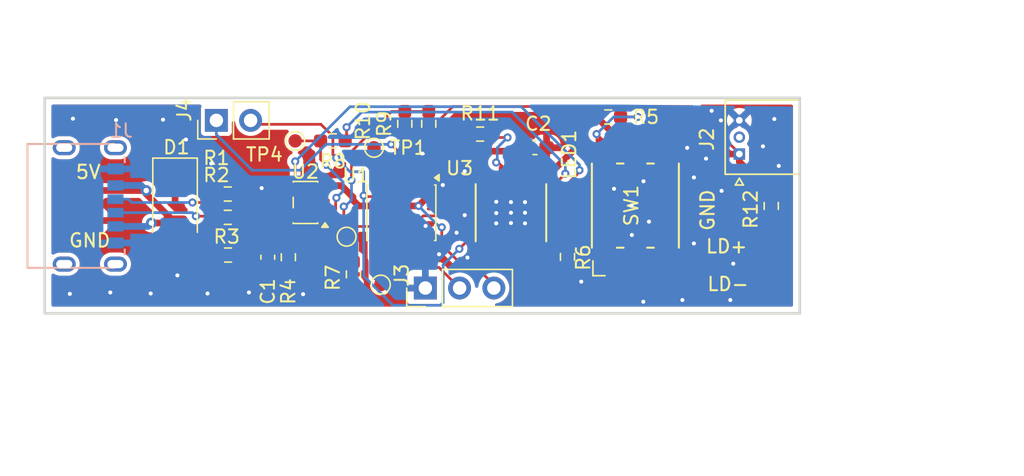
<source format=kicad_pcb>
(kicad_pcb (version 20241229) (generator "pcbnew") (generator_version "9.0")
  (layers (0 "F.Cu" signal) (2 "B.Cu" signal) (13 "F.Paste" user) (15 "B.Paste" user) (5 "F.SilkS" user "F.Silkscreen") (7 "B.SilkS" user "B.Silkscreen") (1 "F.Mask" user) (3 "B.Mask" user) (25 "Edge.Cuts" user))
  (net 0 "")
  (net 1 "GND")
  (net 2 "5V_USB")
  (net 3 "VBATTP")
  (net 4 "5V_USB_In")
  (net 9 "Net-(J1-CC1)")
  (net 10 "Net-(J1-CC2)")
  (net 12 "/nRST-UDPI")
  (net 13 "/D_RED_K")
  (net 14 "/PA6_USART0_TX")
  (net 15 "/D_GRN_K")
  (net 16 "/D_RED_A")
  (net 17 "/PROG")
  (net 18 "/PA3_WO0_AIN3")
  (net 19 "Net-(R10-Pad1)")
  (net 20 "/STAT")
  (net 21 "/PA1")
  (net 22 "/PA2")
  (net 23 "/Rset")
  (net 24 "/D_K")
  (net 25 "/VB")
  (footprint "a_project_footprints:MOLEX_530480310" (layer "F.Cu") (at 184.07 117.56 90)
    (property "Reference" "J2" (at 1.1 -2.4 90) (layer "F.SilkS"))
    (property "Value" "530480310")
    (fp_line (start 4 -1.05) (end 4 4.45) (stroke (width 0.127)) (layer "F.SilkS"))
    (fp_line (start -1.5 -1.05) (end 4 -1.05) (stroke (width 0.127)) (layer "F.SilkS"))
    (fp_line (start -2.3 -0.3) (end -1.8 0) (stroke (width 0.127)) (layer "F.SilkS"))
    (fp_line (start -1.8 0) (end -2.3 0.3) (stroke (width 0.127)) (layer "F.SilkS"))
    (fp_line (start -2.3 0.3) (end -2.3 -0.3) (stroke (width 0.127)) (layer "F.SilkS"))
    (fp_line (start 4 4.45) (end -1.5 4.45) (stroke (width 0.127)) (layer "F.SilkS"))
    (fp_line (start -1.5 4.45) (end -1.5 -1.05) (stroke (width 0.127)) (layer "F.SilkS"))
    (pad "1" thru_hole rect (at 0 0 90) (size 0.85 0.85) (drill 0.5) (layers "*.Cu") (net 3 "VBATTP"))
    (pad "2" thru_hole circle (at 1.25 0 90) (size 0.85 0.85) (drill 0.5) (layers "*.Cu"))
    (pad "3" thru_hole circle (at 2.5 0 90) (size 0.85 0.85) (drill 0.5) (layers "*.Cu") (net 1 "GND"))
  )
  (footprint "Resistor_SMD:R_0603_1608Metric_Pad0.98x0.95mm_HandSolder" (layer "F.Cu") (at 150.622 125.222 -90)
    (property "Reference" "R4" (at 2.54 0 90) (layer "F.SilkS"))
    (property "Value" "2K")
    (fp_line (start -0.254724 0.5225) (end 0.254724 0.5225) (stroke (width 0.12)) (layer "F.SilkS"))
    (fp_line (start -0.254724 -0.5225) (end 0.254724 -0.5225) (stroke (width 0.12)) (layer "F.SilkS"))
    (pad "1" smd roundrect (at -0.9125 0 270) (size 0.975 0.95) (layers "F.Cu" "F.Mask" "F.Paste") (net 17 "/PROG"))
    (pad "2" smd roundrect (at 0.9125 0 270) (size 0.975 0.95) (layers "F.Cu" "F.Mask" "F.Paste") (net 1 "GND"))
  )
  (footprint "Resistor_SMD:R_0603_1608Metric_Pad0.98x0.95mm_HandSolder" (layer "F.Cu") (at 153.924 116.586 180)
    (property "Reference" "R8" (at 0 -1.524 0) (layer "F.SilkS"))
    (property "Value" "2K")
    (fp_line (start -0.254724 0.5225) (end 0.254724 0.5225) (stroke (width 0.12)) (layer "F.SilkS"))
    (fp_line (start -0.254724 -0.5225) (end 0.254724 -0.5225) (stroke (width 0.12)) (layer "F.SilkS"))
    (pad "1" smd roundrect (at -0.9125 0 180) (size 0.975 0.95) (layers "F.Cu" "F.Mask" "F.Paste") (net 15 "/D_GRN_K"))
    (pad "2" smd roundrect (at 0.9125 0 180) (size 0.975 0.95) (layers "F.Cu" "F.Mask" "F.Paste") (net 20 "/STAT"))
  )
  (footprint "Resistor_SMD:R_0603_1608Metric_Pad0.98x0.95mm_HandSolder" (layer "F.Cu") (at 146.13 122.26)
    (property "Reference" "R2" (at -0.842 -3.134 0) (layer "F.SilkS"))
    (property "Value" "5.1K")
    (fp_line (start -0.254724 -0.5225) (end 0.254724 -0.5225) (stroke (width 0.12)) (layer "F.SilkS"))
    (fp_line (start -0.254724 0.5225) (end 0.254724 0.5225) (stroke (width 0.12)) (layer "F.SilkS"))
    (pad "1" smd roundrect (at -0.9125 0) (size 0.975 0.95) (layers "F.Cu" "F.Mask" "F.Paste") (net 9 "Net-(J1-CC1)"))
    (pad "2" smd roundrect (at 0.9125 0) (size 0.975 0.95) (layers "F.Cu" "F.Mask" "F.Paste") (net 1 "GND"))
  )
  (footprint "Connector_Wire:SolderWirePad_1x01_SMD_1x2mm" (layer "F.Cu") (at 185.9 124.46 90)
    (property "Reference" "SP1" (hide yes))
    (property "Value" "P+")
    (pad "1" smd roundrect (at 0 0 90) (size 1 2) (layers "F.Cu" "F.Mask") (net 25 "/VB"))
  )
  (footprint "Package_TO_SOT_SMD:SOT-23-5" (layer "F.Cu") (at 151.892 121.158 180)
    (property "Reference" "U2" (at 0 2.286 0) (layer "F.SilkS"))
    (property "Value" "MCP73831-2-OT")
    (fp_line (start 0.91 1.56) (end -0.91 1.56) (stroke (width 0.12)) (layer "F.SilkS"))
    (fp_line (start 0.91 1.51) (end 0.91 1.56) (stroke (width 0.12)) (layer "F.SilkS"))
    (fp_line (start 0.91 -0.39) (end 0.91 0.39) (stroke (width 0.12)) (layer "F.SilkS"))
    (fp_line (start 0.91 -1.56) (end 0.91 -1.51) (stroke (width 0.12)) (layer "F.SilkS"))
    (fp_line (start -0.91 1.56) (end -0.91 1.51) (stroke (width 0.12)) (layer "F.SilkS"))
    (fp_line (start -0.91 -1.51) (end -0.91 -1.56) (stroke (width 0.12)) (layer "F.SilkS"))
    (fp_line (start -0.91 -1.56) (end 0.91 -1.56) (stroke (width 0.12)) (layer "F.SilkS"))
    (fp_poly (pts (xy -1.45 -1.51) (xy -1.69 -1.84) (xy -1.21 -1.84)) (stroke (width 0.12)) (fill yes) (layer "F.SilkS"))
    (pad "1" smd roundrect (at -1.1375 -0.95 180) (size 1.325 0.6) (layers "F.Cu" "F.Mask" "F.Paste") (net 20 "/STAT"))
    (pad "2" smd roundrect (at -1.1375 0 180) (size 1.325 0.6) (layers "F.Cu" "F.Mask" "F.Paste") (net 1 "GND"))
    (pad "3" smd roundrect (at -1.1375 0.95 180) (size 1.325 0.6) (layers "F.Cu" "F.Mask" "F.Paste") (net 3 "VBATTP"))
    (pad "4" smd roundrect (at 1.1375 0.95 180) (size 1.325 0.6) (layers "F.Cu" "F.Mask" "F.Paste") (net 2 "5V_USB"))
    (pad "5" smd roundrect (at 1.1375 -0.95 180) (size 1.325 0.6) (layers "F.Cu" "F.Mask" "F.Paste") (net 17 "/PROG"))
  )
  (footprint "TestPoint:TestPoint_Pad_D1.0mm" (layer "F.Cu") (at 151.13 116.586 180)
    (property "Reference" "TP4" (at 2.286 -1.016 0) (layer "F.SilkS"))
    (property "Value" "STAT")
    (fp_circle (center 0 0) (end 0 0.7) (stroke (width 0.12)) (fill no) (layer "F.SilkS"))
    (pad "1" smd circle (at 0 0 180) (size 1 1) (layers "F.Cu" "F.Mask") (net 20 "/STAT"))
  )
  (footprint "Connector_PinHeader_2.54mm:PinHeader_1x02_P2.54mm_Vertical" (layer "F.Cu") (at 145.283 115.062 90)
    (property "Reference" "J4" (at 0.762 -2.38 90) (layer "F.SilkS"))
    (property "Value" "Conn_01x02_Socket")
    (fp_line (start -1.38 -1.38) (end 0 -1.38) (stroke (width 0.12)) (layer "F.SilkS"))
    (fp_line (start -1.38 0) (end -1.38 -1.38) (stroke (width 0.12)) (layer "F.SilkS"))
    (fp_line (start 1.38 1.27) (end 1.38 3.92) (stroke (width 0.12)) (layer "F.SilkS"))
    (fp_line (start -1.38 1.27) (end 1.38 1.27) (stroke (width 0.12)) (layer "F.SilkS"))
    (fp_line (start -1.38 1.27) (end -1.38 3.92) (stroke (width 0.12)) (layer "F.SilkS"))
    (fp_line (start -1.38 3.92) (end 1.38 3.92) (stroke (width 0.12)) (layer "F.SilkS"))
    (pad "1" thru_hole rect (at 0 0 90) (size 1.7 1.7) (drill 1) (layers "*.Cu" "*.Mask") (net 14 "/PA6_USART0_TX"))
    (pad "2" thru_hole circle (at 0 2.54 90) (size 1.7 1.7) (drill 1) (layers "*.Cu" "*.Mask") (net 13 "/D_RED_K"))
  )
  (footprint "Resistor_SMD:R_0603_1608Metric_Pad0.98x0.95mm_HandSolder" (layer "F.Cu") (at 171.323 125.1966 -90)
    (property "Reference" "R6" (at 0.0508 -1.1684 90) (layer "F.SilkS"))
    (property "Value" "1M")
    (fp_line (start -0.254724 0.5225) (end 0.254724 0.5225) (stroke (width 0.12)) (layer "F.SilkS"))
    (fp_line (start -0.254724 -0.5225) (end 0.254724 -0.5225) (stroke (width 0.12)) (layer "F.SilkS"))
    (pad "1" smd roundrect (at -0.9125 0 270) (size 0.975 0.95) (layers "F.Cu" "F.Mask" "F.Paste") (net 13 "/D_RED_K"))
    (pad "2" smd roundrect (at 0.9125 0 270) (size 0.975 0.95) (layers "F.Cu" "F.Mask" "F.Paste") (net 1 "GND"))
  )
  (footprint "Connector_PinHeader_2.54mm:PinHeader_1x03_P2.54mm_Vertical" (layer "F.Cu") (at 160.782 127.508 90)
    (property "Reference" "J3" (at 0.9398 -1.7526 90) (layer "F.SilkS"))
    (property "Value" "Conn_01x03_Socket")
    (fp_line (start -1.38 -1.38) (end 0 -1.38) (stroke (width 0.12)) (layer "F.SilkS"))
    (fp_line (start -1.38 0) (end -1.38 -1.38) (stroke (width 0.12)) (layer "F.SilkS"))
    (fp_line (start 1.38 1.27) (end 1.38 6.46) (stroke (width 0.12)) (layer "F.SilkS"))
    (fp_line (start -1.38 1.27) (end 1.38 1.27) (stroke (width 0.12)) (layer "F.SilkS"))
    (fp_line (start -1.38 1.27) (end -1.38 6.46) (stroke (width 0.12)) (layer "F.SilkS"))
    (fp_line (start -1.38 6.46) (end 1.38 6.46) (stroke (width 0.12)) (layer "F.SilkS"))
    (pad "1" thru_hole rect (at 0 0 90) (size 1.7 1.7) (drill 1) (layers "*.Cu" "*.Mask") (net 1 "GND"))
    (pad "2" thru_hole circle (at 0 2.54 90) (size 1.7 1.7) (drill 1) (layers "*.Cu" "*.Mask") (net 12 "/nRST-UDPI"))
    (pad "3" thru_hole circle (at 0 5.08 90) (size 1.7 1.7) (drill 1) (layers "*.Cu" "*.Mask") (net 3 "VBATTP"))
  )
  (footprint "Connector_Wire:SolderWirePad_1x01_SMD_1x2mm" (layer "F.Cu") (at 185.9 127.3 90)
    (property "Reference" "SP6" (hide yes))
    (property "Value" "LED_K")
    (pad "1" smd roundrect (at 0 0 90) (size 1 2) (layers "F.Cu" "F.Mask") (net 24 "/D_K"))
  )
  (footprint "Diode_SMD:D_SMA" (layer "F.Cu") (at 142.22 121.3725 -90)
    (property "Reference" "D1" (at -4.3125 -0.1 0) (layer "F.SilkS"))
    (property "Value" "SMAJ5.0CA")
    (fp_line (start -3.51 1.65) (end 2 1.65) (stroke (width 0.12)) (layer "F.SilkS"))
    (fp_line (start -3.51 -1.65) (end -3.51 1.65) (stroke (width 0.12)) (layer "F.SilkS"))
    (fp_line (start -3.51 -1.65) (end 2 -1.65) (stroke (width 0.12)) (layer "F.SilkS"))
    (pad "1" smd roundrect (at -2 0 270) (size 2.5 1.8) (layers "F.Cu" "F.Mask" "F.Paste") (roundrect_rratio 0.1388888889) (net 1 "GND"))
    (pad "2" smd roundrect (at 2 0 270) (size 2.5 1.8) (layers "F.Cu" "F.Mask" "F.Paste") (roundrect_rratio 0.1388888889) (net 4 "5V_USB_In"))
  )
  (footprint "Resistor_SMD:R_0603_1608Metric_Pad0.98x0.95mm_HandSolder" (layer "F.Cu") (at 155.448 126.492 -90)
    (property "Reference" "R7" (at 0.254724 1.524 90) (layer "F.SilkS"))
    (property "Value" "10K")
    (fp_line (start -0.254724 0.5225) (end 0.254724 0.5225) (stroke (width 0.12)) (layer "F.SilkS"))
    (fp_line (start -0.254724 -0.5225) (end 0.254724 -0.5225) (stroke (width 0.12)) (layer "F.SilkS"))
    (pad "1" smd roundrect (at -0.9125 0 270) (size 0.975 0.95) (layers "F.Cu" "F.Mask" "F.Paste") (net 18 "/PA3_WO0_AIN3"))
    (pad "2" smd roundrect (at 0.9125 0 270) (size 0.975 0.95) (layers "F.Cu" "F.Mask" "F.Paste") (net 19 "Net-(R10-Pad1)"))
  )
  (footprint "Resistor_SMD:R_0603_1608Metric_Pad0.98x0.95mm_HandSolder" (layer "F.Cu") (at 161.036 115.316 90)
    (property "Reference" "R9" (at 0 -3.302 90) (layer "F.SilkS"))
    (property "Value" "10K")
    (fp_line (start -0.254724 -0.5225) (end 0.254724 -0.5225) (stroke (width 0.12)) (layer "F.SilkS"))
    (fp_line (start -0.254724 0.5225) (end 0.254724 0.5225) (stroke (width 0.12)) (layer "F.SilkS"))
    (pad "1" smd roundrect (at -0.9125 0 90) (size 0.975 0.95) (layers "F.Cu" "F.Mask" "F.Paste") (net 3 "VBATTP"))
    (pad "2" smd roundrect (at 0.9125 0 90) (size 0.975 0.95) (layers "F.Cu" "F.Mask" "F.Paste") (net 19 "Net-(R10-Pad1)"))
  )
  (footprint "Capacitor_SMD:C_0603_1608Metric_Pad1.08x0.95mm_HandSolder" (layer "F.Cu") (at 149.098 125.222 -90)
    (property "Reference" "C1" (at 2.54 0 90) (layer "F.SilkS"))
    (property "Value" "4.7u")
    (fp_line (start -0.146267 0.51) (end 0.146267 0.51) (stroke (width 0.12)) (layer "F.SilkS"))
    (fp_line (start -0.146267 -0.51) (end 0.146267 -0.51) (stroke (width 0.12)) (layer "F.SilkS"))
    (pad "1" smd roundrect (at -0.8625 0 270) (size 1.075 0.95) (layers "F.Cu" "F.Mask" "F.Paste") (net 2 "5V_USB"))
    (pad "2" smd roundrect (at 0.8625 0 270) (size 1.075 0.95) (layers "F.Cu" "F.Mask" "F.Paste") (net 1 "GND"))
  )
  (footprint "a_project_footprints:SWITCH_FSM1LPA_TYC" (layer "F.Cu") (at 174.11125 125.5937 90)
    (property "Reference" "SW1" (at 4.2037 1.94875 90) (layer "F.SilkS"))
    (property "Value" "SW_Push")
    (fp_line (start 7.3279 -0.9779) (end 1.0795 -0.9779) (stroke (width 0.1524)) (layer "F.SilkS"))
    (fp_line (start 0.1 -0.9) (end -1 -0.9) (stroke (width 0.1254)) (layer "F.SilkS"))
    (fp_line (start -1 -0.9) (end -1 0) (stroke (width 0.1254)) (layer "F.SilkS"))
    (fp_line (start 1.0795 0.879197) (end 1.0795 1.368703) (stroke (width 0.1524)) (layer "F.SilkS"))
    (fp_line (start 7.3279 1.368703) (end 7.3279 0.879197) (stroke (width 0.1524)) (layer "F.SilkS"))
    (fp_line (start 1.0795 3.127097) (end 1.0795 3.616603) (stroke (width 0.1524)) (layer "F.SilkS"))
    (fp_line (start 7.3279 3.616603) (end 7.3279 3.127097) (stroke (width 0.1524)) (layer "F.SilkS"))
    (fp_line (start 1.0795 5.4737) (end 7.3279 5.4737) (stroke (width 0.1524)) (layer "F.SilkS"))
    (pad "1" smd rect (at 0 0 90) (size 1.6002 1.397) (layers "F.Cu" "F.Mask" "F.Paste") (net 16 "/D_RED_A"))
    (pad "2" smd rect (at 8.4074 0 90) (size 1.6002 1.397) (layers "F.Cu" "F.Mask" "F.Paste") (net 16 "/D_RED_A"))
    (pad "3" smd rect (at 0 4.4958 90) (size 1.6002 1.397) (layers "F.Cu" "F.Mask" "F.Paste") (net 13 "/D_RED_K"))
    (pad "4" smd rect (at 8.4074 4.4958 90) (size 1.6002 1.397) (layers "F.Cu" "F.Mask" "F.Paste") (net 13 "/D_RED_K"))
    (pad "5" smd rect (at 8.4074 2.2479 90) (size 1.6002 1.397) (layers "F.Cu" "F.Mask" "F.Paste") (net 1 "GND"))
  )
  (footprint "Resistor_SMD:R_0603_1608Metric_Pad0.98x0.95mm_HandSolder" (layer "F.Cu") (at 164.846 116.078 180)
    (property "Reference" "R11" (at 0 1.524 0) (layer "F.SilkS"))
    (property "Value" "6.8K")
    (fp_line (start -0.254724 0.5225) (end 0.254724 0.5225) (stroke (width 0.12)) (layer "F.SilkS"))
    (fp_line (start -0.254724 -0.5225) (end 0.254724 -0.5225) (stroke (width 0.12)) (layer "F.SilkS"))
    (pad "1" smd roundrect (at -0.9125 0 180) (size 0.975 0.95) (layers "F.Cu" "F.Mask" "F.Paste") (net 23 "/Rset"))
    (pad "2" smd roundrect (at 0.9125 0 180) (size 0.975 0.95) (layers "F.Cu" "F.Mask" "F.Paste") (net 1 "GND"))
  )
  (footprint "Connector_Wire:SolderWirePad_1x01_SMD_1x2mm" (layer "F.Cu") (at 135.7 120.4 90)
    (property "Reference" "SP4" (hide yes))
    (property "Value" "5V")
    (pad "1" smd roundrect (at 0 0 90) (size 1 2) (layers "F.Cu" "F.Mask") (net 4 "5V_USB_In"))
  )
  (footprint "TestPoint:TestPoint_Pad_D1.0mm" (layer "F.Cu") (at 154.94 123.698)
    (property "Reference" "TP3" (hide yes))
    (property "Value" "U2_VDD")
    (fp_circle (center 0 0) (end 0 0.7) (stroke (width 0.12)) (fill no) (layer "F.SilkS"))
    (pad "1" smd circle (at 0 0) (size 1 1) (layers "F.Cu" "F.Mask") (net 18 "/PA3_WO0_AIN3"))
  )
  (footprint "Resistor_SMD:R_0603_1608Metric_Pad0.98x0.95mm_HandSolder" (layer "F.Cu") (at 174.3475 114.808)
    (property "Reference" "R5" (at 2.794 0 0) (layer "F.SilkS"))
    (property "Value" "2K")
    (fp_line (start -0.254724 -0.5225) (end 0.254724 -0.5225) (stroke (width 0.12)) (layer "F.SilkS"))
    (fp_line (start -0.254724 0.5225) (end 0.254724 0.5225) (stroke (width 0.12)) (layer "F.SilkS"))
    (pad "1" smd roundrect (at -0.9125 0) (size 0.975 0.95) (layers "F.Cu" "F.Mask" "F.Paste") (net 3 "VBATTP"))
    (pad "2" smd roundrect (at 0.9125 0) (size 0.975 0.95) (layers "F.Cu" "F.Mask" "F.Paste") (net 16 "/D_RED_A"))
  )
  (footprint "Resistor_SMD:R_0603_1608Metric_Pad0.98x0.95mm_HandSolder" (layer "F.Cu") (at 146.15 125.06)
    (property "Reference" "R3" (at -0.1 -1.362 0) (layer "F.SilkS"))
    (property "Value" "0")
    (fp_line (start -0.254724 -0.5225) (end 0.254724 -0.5225) (stroke (width 0.12)) (layer "F.SilkS"))
    (fp_line (start -0.254724 0.5225) (end 0.254724 0.5225) (stroke (width 0.12)) (layer "F.SilkS"))
    (pad "1" smd roundrect (at -0.9125 0) (size 0.975 0.95) (layers "F.Cu" "F.Mask" "F.Paste") (net 4 "5V_USB_In"))
    (pad "2" smd roundrect (at 0.9125 0) (size 0.975 0.95) (layers "F.Cu" "F.Mask" "F.Paste") (net 2 "5V_USB"))
  )
  (footprint "Resistor_SMD:R_0603_1608Metric_Pad0.98x0.95mm_HandSolder" (layer "F.Cu") (at 159.258 115.316 -90)
    (property "Reference" "R10" (at -0.2286 3.0988 90) (layer "F.SilkS"))
    (property "Value" "10K")
    (fp_line (start -0.254724 0.5225) (end 0.254724 0.5225) (stroke (width 0.12)) (layer "F.SilkS"))
    (fp_line (start -0.254724 -0.5225) (end 0.254724 -0.5225) (stroke (width 0.12)) (layer "F.SilkS"))
    (pad "1" smd roundrect (at -0.9125 0 270) (size 0.975 0.95) (layers "F.Cu" "F.Mask" "F.Paste") (net 19 "Net-(R10-Pad1)"))
    (pad "2" smd roundrect (at 0.9125 0 270) (size 0.975 0.95) (layers "F.Cu" "F.Mask" "F.Paste") (net 14 "/PA6_USART0_TX"))
  )
  (footprint "a_project_footprints:SOIC-8_ME_MCL" (layer "F.Cu") (at 167.132 121.92 -90)
    (property "Reference" "U3" (at -3.302 3.81 0) (layer "F.SilkS"))
    (property "Value" "MIC4802YME")
    (fp_line (start -2.1209 2.6162) (end 2.1209 2.6162) (stroke (width 0.1524)) (layer "F.SilkS"))
    (fp_line (start 2.1209 -2.6162) (end -2.1209 -2.6162) (stroke (width 0.1524)) (layer "F.SilkS"))
    (pad "1" smd rect (at -2.72415 -1.905 270) (size 1.4605 0.5334) (layers "F.Cu" "F.Mask" "F.Paste") (net 3 "VBATTP"))
    (pad "2" smd rect (at -2.72415 -0.635 270) (size 1.4605 0.5334) (layers "F.Cu" "F.Mask" "F.Paste") (net 18 "/PA3_WO0_AIN3"))
    (pad "3" smd rect (at -2.72415 0.635 270) (size 1.4605 0.5334) (layers "F.Cu" "F.Mask" "F.Paste") (net 23 "/Rset"))
    (pad "4" smd rect (at -2.72415 1.905 270) (size 1.4605 0.5334) (layers "F.Cu" "F.Mask" "F.Paste") (net 1 "GND"))
    (pad "5" smd rect (at 2.72415 1.905 270) (size 1.4605 0.5334) (layers "F.Cu" "F.Mask" "F.Paste") (net 24 "/D_K"))
    (pad "6" smd rect (at 2.72415 0.635 270) (size 1.4605 0.5334) (layers "F.Cu" "F.Mask" "F.Paste") (net 24 "/D_K"))
    (pad "7" smd rect (at 2.72415 -0.635 270) (size 1.4605 0.5334) (layers "F.Cu" "F.Mask" "F.Paste") (net 24 "/D_K"))
    (pad "8" smd rect (at 2.72415 -1.905 270) (size 1.4605 0.5334) (layers "F.Cu" "F.Mask" "F.Paste") (net 24 "/D_K"))
    (pad "EPAD" smd rect (at 0 0 270) (size 2.413 3.0988) (layers "F.Cu" "F.Mask") (net 1 "GND"))
  )
  (footprint "Resistor_SMD:R_0603_1608Metric_Pad0.98x0.95mm_HandSolder" (layer "F.Cu") (at 146.13 120.53)
    (property "Reference" "R1" (at -0.842 -2.674 0) (layer "F.SilkS"))
    (property "Value" "5.1K")
    (fp_line (start -0.254724 -0.5225) (end 0.254724 -0.5225) (stroke (width 0.12)) (layer "F.SilkS"))
    (fp_line (start -0.254724 0.5225) (end 0.254724 0.5225) (stroke (width 0.12)) (layer "F.SilkS"))
    (pad "1" smd roundrect (at -0.9125 0) (size 0.975 0.95) (layers "F.Cu" "F.Mask" "F.Paste") (net 10 "Net-(J1-CC2)"))
    (pad "2" smd roundrect (at 0.9125 0) (size 0.975 0.95) (layers "F.Cu" "F.Mask" "F.Paste") (net 1 "GND"))
  )
  (footprint "a_project_footprints:APHBM2012_KNB" (layer "F.Cu") (at 171.61 121.285 90)
    (property "Reference" "LED1" (at 3.683 -0.16 90) (layer "F.SilkS"))
    (property "Value" "APHBM2012SURKCGKC")
    (pad "1" smd rect (at 0.900001 -0.475 90) (size 1.1938 0.6096) (layers "F.Cu" "F.Mask" "F.Paste") (net 2 "5V_USB"))
    (pad "2" smd rect (at -0.900001 -0.475 90) (size 1.1938 0.6096) (layers "F.Cu" "F.Mask" "F.Paste") (net 15 "/D_GRN_K"))
    (pad "3" smd rect (at -0.900001 0.475 90) (size 1.1938 0.6096) (layers "F.Cu" "F.Mask" "F.Paste") (net 13 "/D_RED_K"))
    (pad "4" smd rect (at 0.900001 0.475 90) (size 1.1938 0.6096) (layers "F.Cu" "F.Mask" "F.Paste") (net 16 "/D_RED_A"))
  )
  (footprint "Capacitor_SMD:C_0603_1608Metric_Pad1.08x0.95mm_HandSolder" (layer "F.Cu") (at 168.91 117.094)
    (property "Reference" "C2" (at 0.254 -1.778 0) (layer "F.SilkS"))
    (property "Value" "4.7u")
    (fp_line (start -0.146267 -0.51) (end 0.146267 -0.51) (stroke (width 0.12)) (layer "F.SilkS"))
    (fp_line (start -0.146267 0.51) (end 0.146267 0.51) (stroke (width 0.12)) (layer "F.SilkS"))
    (pad "1" smd roundrect (at -0.8625 0) (size 1.075 0.95) (layers "F.Cu" "F.Mask" "F.Paste") (net 3 "VBATTP"))
    (pad "2" smd roundrect (at 0.8625 0) (size 1.075 0.95) (layers "F.Cu" "F.Mask" "F.Paste") (net 1 "GND"))
  )
  (footprint "TestPoint:TestPoint_Pad_D1.0mm" (layer "F.Cu") (at 156.972 117.094)
    (property "Reference" "TP1" (at 2.54 0 0) (layer "F.SilkS"))
    (property "Value" "U2_VDD")
    (fp_circle (center 0 0) (end 0 0.7) (stroke (width 0.12)) (fill no) (layer "F.SilkS"))
    (pad "1" smd circle (at 0 0) (size 1 1) (layers "F.Cu" "F.Mask") (net 21 "/PA1"))
  )
  (footprint "Package_SO:SOIC-8_3.9x4.9mm_P1.27mm" (layer "F.Cu") (at 159.004 121.92 -90)
    (property "Reference" "U1" (at -2.7686 3.3782 0) (layer "F.SilkS"))
    (property "Value" "ATtiny202-SS")
    (fp_line (start -2.06 2.56) (end -2.06 2.465) (stroke (width 0.12)) (layer "F.SilkS"))
    (fp_line (start 2.06 2.56) (end -2.06 2.56) (stroke (width 0.12)) (layer "F.SilkS"))
    (fp_line (start 2.06 2.465) (end 2.06 2.56) (stroke (width 0.12)) (layer "F.SilkS"))
    (fp_line (start -2.06 -2.465) (end -2.06 -2.56) (stroke (width 0.12)) (layer "F.SilkS"))
    (fp_line (start -2.06 -2.56) (end 2.06 -2.56) (stroke (width 0.12)) (layer "F.SilkS"))
    (fp_line (start 2.06 -2.56) (end 2.06 -2.465) (stroke (width 0.12)) (layer "F.SilkS"))
    (fp_poly (pts (xy -2.6 -2.47) (xy -2.84 -2.8) (xy -2.36 -2.8)) (stroke (width 0.12)) (fill yes) (layer "F.SilkS"))
    (pad "1" smd roundrect (at -2.475 -1.905 270) (size 1.95 0.6) (layers "F.Cu" "F.Mask" "F.Paste") (net 3 "VBATTP"))
    (pad "2" smd roundrect (at -2.475 -0.635 270) (size 1.95 0.6) (layers "F.Cu" "F.Mask" "F.Paste") (net 14 "/PA6_USART0_TX"))
    (pad "3" smd roundrect (at -2.475 0.635 270) (size 1.95 0.6) (layers "F.Cu" "F.Mask" "F.Paste") (net 13 "/D_RED_K"))
    (pad "4" smd roundrect (at -2.475 1.905 270) (size 1.95 0.6) (layers "F.Cu" "F.Mask" "F.Paste") (net 21 "/PA1"))
    (pad "5" smd roundrect (at 2.475 1.905 270) (size 1.95 0.6) (layers "F.Cu" "F.Mask" "F.Paste") (net 22 "/PA2"))
    (pad "6" smd roundrect (at 2.475 0.635 270) (size 1.95 0.6) (layers "F.Cu" "F.Mask" "F.Paste") (net 12 "/nRST-UDPI"))
    (pad "7" smd roundrect (at 2.475 -0.635 270) (size 1.95 0.6) (layers "F.Cu" "F.Mask" "F.Paste") (net 18 "/PA3_WO0_AIN3"))
    (pad "8" smd roundrect (at 2.475 -1.905 270) (size 1.95 0.6) (layers "F.Cu" "F.Mask" "F.Paste") (net 1 "GND"))
  )
  (footprint "Resistor_SMD:R_0603_1608Metric_Pad0.98x0.95mm_HandSolder" (layer "F.Cu") (at 186.436 121.412 -90)
    (property "Reference" "R12" (at 0.254 1.524 90) (layer "F.SilkS"))
    (property "Value" "0")
    (fp_line (start -0.254724 0.5225) (end 0.254724 0.5225) (stroke (width 0.12)) (layer "F.SilkS"))
    (fp_line (start -0.254724 -0.5225) (end 0.254724 -0.5225) (stroke (width 0.12)) (layer "F.SilkS"))
    (pad "1" smd roundrect (at -0.9125 0 270) (size 0.975 0.95) (layers "F.Cu" "F.Mask" "F.Paste") (net 3 "VBATTP"))
    (pad "2" smd roundrect (at 0.9125 0 270) (size 0.975 0.95) (layers "F.Cu" "F.Mask" "F.Paste") (net 25 "/VB"))
  )
  (footprint "TestPoint:TestPoint_Pad_D1.0mm" (layer "F.Cu") (at 157.48 127.254)
    (property "Reference" "TP2" (hide yes))
    (property "Value" "U2_VDD")
    (fp_circle (center 0 0) (end 0 0.7) (stroke (width 0.12)) (fill no) (layer "F.SilkS"))
    (pad "1" smd circle (at 0 0) (size 1 1) (layers "F.Cu" "F.Mask") (net 22 "/PA2"))
  )
  (footprint "Connector_Wire:SolderWirePad_1x01_SMD_1x2mm" (layer "F.Cu") (at 183.4 122.1 180)
    (property "Reference" "SP2" (hide yes))
    (property "Value" "P-")
    (pad "1" smd roundrect (at 0 0 180) (size 1 2) (layers "F.Cu" "F.Mask") (net 1 "GND"))
  )
  (footprint "Connector_Wire:SolderWirePad_1x01_SMD_1x2mm" (layer "F.Cu") (at 135.8 122.5 90)
    (property "Reference" "SP3" (hide yes))
    (property "Value" "GND")
    (pad "1" smd roundrect (at 0 0 90) (size 1 2) (layers "F.Cu" "F.Mask") (net 1 "GND"))
  )
  (footprint "a_project_footprints:CONN6_125-GF-A-0190_GCT" (layer "B.Cu") (at 137.8 124.161995 90)
    (property "Reference" "J1" (at 8.337995 0.426644 0) (layer "B.SilkS") (effects (justify mirror)))
    (property "Value" "USB4125-GF-A-0190")
    (fp_line (start 7.347395 -6.526606) (end 7.347395 -0.097634) (stroke (width 0.1524)) (layer "B.SilkS"))
    (fp_line (start -1.847405 -6.526606) (end 7.347395 -6.526606) (stroke (width 0.1524)) (layer "B.SilkS"))
    (fp_line (start -1.847405 -0.097634) (end -1.847405 -6.526606) (stroke (width 0.1524)) (layer "B.SilkS"))
    (fp_line (start 6.367646 0.686994) (end 5.98913 0.686994) (stroke (width 0.1524)) (layer "B.SilkS"))
    (fp_line (start -0.48914 0.686994) (end -0.867656 0.686994) (stroke (width 0.1524)) (layer "B.SilkS"))
    (pad "A5" smd rect (at 2.249996 0 90) (size 0.7112 1.1938) (layers "B.Cu" "B.Mask" "B.Paste") (net 9 "Net-(J1-CC1)"))
    (pad "A9" smd rect (at 4.269992 0 90) (size 0.762 1.1938) (layers "B.Cu" "B.Mask" "B.Paste") (net 4 "5V_USB_In"))
    (pad "A12" smd rect (at 5.49999 0 90) (size 0.8128 1.1938) (layers "B.Cu" "B.Mask" "B.Paste") (net 1 "GND"))
    (pad "B5" smd rect (at 3.249994 0 90) (size 0.7112 1.1938) (layers "B.Cu" "B.Mask" "B.Paste") (net 10 "Net-(J1-CC2)"))
    (pad "B9" smd rect (at 1.229998 0 90) (size 0.762 1.1938) (layers "B.Cu" "B.Mask" "B.Paste") (net 4 "5V_USB_In"))
    (pad "B12" smd rect (at 0 0 90) (size 0.8128 1.1938) (layers "B.Cu" "B.Mask" "B.Paste") (net 1 "GND"))
    (pad "S1" thru_hole oval (at -1.570007 -3.800006) (size 1.7018 1.1176) (drill oval 1.1938 0.6096) (layers "*.Cu" "*.Mask"))
    (pad "S1" thru_hole oval (at -1.570007 0) (size 1.7018 1.1176) (drill oval 1.1938 0.6096) (layers "*.Cu" "*.Mask"))
    (pad "S1" thru_hole oval (at 7.069997 -3.800006) (size 1.7018 1.1176) (drill oval 1.1938 0.6096) (layers "*.Cu" "*.Mask"))
    (pad "S1" thru_hole oval (at 7.069997 0) (size 1.7018 1.1176) (drill oval 1.1938 0.6096) (layers "*.Cu" "*.Mask"))
  )
  (gr_rect (start 132.55 113.39) (end 188.55 129.39) (stroke (width 0.2)) (fill no) (layer "Edge.Cuts"))
  (gr_text "LD+" (at 181.5 125 0) (layer "F.SilkS") (effects (font (size 1 1) (thickness 0.154)) (justify left bottom)))
  (gr_text "5V" (at 134.7724 119.4816 0) (layer "F.SilkS") (effects (font (size 1 1) (thickness 0.154)) (justify left bottom)))
  (gr_text "LD-" (at 181.6 127.8 0) (layer "F.SilkS") (effects (font (size 1 1) (thickness 0.154)) (justify left bottom)))
  (gr_text "GND" (at 134.2644 124.5616 0) (layer "F.SilkS") (effects (font (size 1 1) (thickness 0.154)) (justify left bottom)))
  (gr_text "GND" (at 182.3 123.35 90) (layer "F.SilkS") (effects (font (size 1 1) (thickness 0.154)) (justify left bottom)))
  (segment (start 160.909 123.009) (end 160.8 122.9) (width 0.2) (layer "F.Cu") (net 1))
  (segment (start 161.195 124.395) (end 161.8 125) (width 0.2) (layer "F.Cu") (net 1))
  (segment (start 171.323 126.1091) (end 172.249432 127.035532) (width 0.2) (layer "F.Cu") (net 1))
  (segment (start 160.909 124.395) (end 161.195 124.395) (width 0.2) (layer "F.Cu") (net 1))
  (segment (start 160.909 124.395) (end 160.909 123.009) (width 0.2) (layer "F.Cu") (net 1))
  (segment (start 172.249432 127.035532) (end 172.345515 127.035532) (width 0.2) (layer "F.Cu") (net 1))
  (via (at 166.0398 121.1072) (size 0.6) (drill 0.3) (layers "F.Cu" "B.Cu") (net 1))
  (via (at 176.946502 128.526407) (size 0.6) (drill 0.3) (layers "F.Cu" "B.Cu") (net 1))
  (via (at 163.9062 125.2474) (size 0.6) (drill 0.3) (layers "F.Cu" "B.Cu") (net 1))
  (via (at 168.1734 121.92) (size 0.6) (drill 0.3) (layers "F.Cu" "B.Cu") (net 1))
  (via (at 148.6408 120.0912) (size 0.6) (drill 0.3) (layers "F.Cu" "B.Cu") (net 1))
  (via (at 160.8 122.9) (size 0.6) (drill 0.3) (layers "F.Cu" "B.Cu") (net 1))
  (via (at 181.6 117.9) (size 0.6) (drill 0.3) (layers "F.Cu" "B.Cu") (net 1))
  (via (at 167.132 122.682) (size 0.6) (drill 0.3) (layers "F.Cu" "B.Cu") (net 1))
  (via (at 142.3924 126.5682) (size 0.6) (drill 0.3) (layers "F.Cu" "B.Cu") (net 1))
  (via (at 176.9618 119.5832) (size 0.6) (drill 0.3) (layers "F.Cu" "B.Cu") (net 1))
  (via (at 183.6166 125.7046) (size 0.6) (drill 0.3) (layers "F.Cu" "B.Cu") (net 1))
  (via (at 163.1 123.4) (size 0.6) (drill 0.3) (layers "F.Cu" "B.Cu") (net 1))
  (via (at 140.4112 127.9144) (size 0.6) (drill 0.3) (layers "F.Cu" "B.Cu") (net 1))
  (via (at 185.82 116.9924) (size 0.6) (drill 0.3) (layers "F.Cu" "B.Cu") (net 1))
  (via (at 160.5534 117.5258) (size 0.6) (drill 0.3) (layers "F.Cu" "B.Cu") (net 1))
  (via (at 143.0274 116.4844) (size 0.6) (drill 0.3) (layers "F.Cu" "B.Cu") (net 1))
  (via (at 183.4 128.4) (size 0.6) (drill 0.3) (layers "F.Cu" "B.Cu") (net 1))
  (via (at 177.3682 122.5804) (size 0.6) (drill 0.3) (layers "F.Cu" "B.Cu") (net 1))
  (via (at 141.3256 115.0112) (size 0.6) (drill 0.3) (layers "F.Cu" "B.Cu") (net 1))
  (via (at 176.06 121.39) (size 0.6) (drill 0.3) (layers "F.Cu" "B.Cu") (net 1))
  (via (at 180.7 124.2) (size 0.6) (drill 0.3) (layers "F.Cu" "B.Cu") (net 1))
  (via (at 166.0398 122.7074) (size 0.6) (drill 0.3) (layers "F.Cu" "B.Cu") (net 1))
  (via (at 168.1734 121.1326) (size 0.6) (drill 0.3) (layers "F.Cu" "B.Cu") (net 1))
  (via (at 186.9948 118.4402) (size 0.6) (drill 0.3) (layers "F.Cu" "B.Cu") (net 1))
  (via (at 186.6646 114.9604) (size 0.6) (drill 0.3) (layers "F.Cu" "B.Cu") (net 1))
  (via (at 151.7142 127.9652) (size 0.6) (drill 0.3) (layers "F.Cu" "B.Cu") (net 1))
  (via (at 180.2 117.1) (size 0.6) (drill 0.3) (layers "F.Cu" "B.Cu") (net 1))
  (via (at 147.701 127.8382) (size 0.6) (drill 0.3) (layers "F.Cu" "B.Cu") (net 1))
  (via (at 180.7 119.3) (size 0.6) (drill 0.3) (layers "F.Cu" "B.Cu") (net 1))
  (via (at 137.8458 115.0366) (size 0.6) (drill 0.3) (layers "F.Cu" "B.Cu") (net 1))
  (via (at 144.907 118.2624) (size 0.6) (drill 0.3) (layers "F.Cu" "B.Cu") (net 1))
  (via (at 182.7022 115.062) (size 0.6) (drill 0.3) (layers "F.Cu" "B.Cu") (net 1))
  (via (at 174.7774 120.142) (size 0.6) (drill 0.3) (layers "F.Cu" "B.Cu") (net 1))
  (via (at 163.703 118.8466) (size 0.6) (drill 0.3) (layers "F.Cu" "B.Cu") (net 1))
  (via (at 137.414 127.8382) (size 0.6) (drill 0.3) (layers "F.Cu" "B.Cu") (net 1))
  (via (at 167.132 121.1326) (size 0.6) (drill 0.3) (layers "F.Cu" "B.Cu") (net 1))
  (via (at 163.7 122.1) (size 0.6) (drill 0.3) (layers "F.Cu" "B.Cu") (net 1))
  (via (at 172.345515 127.035532) (size 0.6) (drill 0.3) (layers "F.Cu" "B.Cu") (net 1))
  (via (at 134.6454 114.935) (size 0.6) (drill 0.3) (layers "F.Cu" "B.Cu") (net 1))
  (via (at 179.846489 128.4) (size 0.6) (drill 0.3) (layers "F.Cu" "B.Cu") (net 1))
  (via (at 182.0164 114.3508) (size 0.6) (drill 0.3) (layers "F.Cu" "B.Cu") (net 1))
  (via (at 176.0982 123.571) (size 0.6) (drill 0.3) (layers "F.Cu" "B.Cu") (net 1))
  (via (at 166.0398 121.9454) (size 0.6) (drill 0.3) (layers "F.Cu" "B.Cu") (net 1))
  (via (at 162.0774 119.8626) (size 0.6) (drill 0.3) (layers "F.Cu" "B.Cu") (net 1))
  (via (at 134.4168 127.9398) (size 0.6) (drill 0.3) (layers "F.Cu" "B.Cu") (net 1))
  (via (at 161.8 125) (size 0.6) (drill 0.3) (layers "F.Cu" "B.Cu") (net 1))
  (via (at 144.6276 127.9144) (size 0.6) (drill 0.3) (layers "F.Cu" "B.Cu") (net 1))
  (via (at 182.753 120.2944) (size 0.6) (drill 0.3) (layers "F.Cu" "B.Cu") (net 1))
  (via (at 168.1734 122.7074) (size 0.6) (drill 0.3) (layers "F.Cu" "B.Cu") (net 1))
  (via (at 167.132 121.92) (size 0.6) (drill 0.3) (layers "F.Cu" "B.Cu") (net 1))
  (segment (start 151.13 118.11) (end 151.13 119.8325) (width 0.2) (layer "F.Cu") (net 2))
  (segment (start 149.098 124.3595) (end 149.098 121.8645) (width 0.5) (layer "F.Cu") (net 2))
  (segment (start 171.135 120.384999) (end 171.135 119.967611) (width 0.2) (layer "F.Cu") (net 2))
  (segment (start 147.0625 125.06) (end 148.3975 125.06) (width 0.5) (layer "F.Cu") (net 2))
  (segment (start 149.098 121.8645) (end 150.7545 120.208) (width 0.5) (layer "F.Cu") (net 2))
  (segment (start 172.212 118.890611) (end 172.212 118.76) (width 0.2) (layer "F.Cu") (net 2))
  (segment (start 148.3975 125.06) (end 149.098 124.3595) (width 0.5) (layer "F.Cu") (net 2))
  (segment (start 151.13 119.8325) (end 150.7545 120.208) (width 0.2) (layer "F.Cu") (net 2))
  (segment (start 171.135 119.967611) (end 172.212 118.890611) (width 0.2) (layer "F.Cu") (net 2))
  (via (at 151.13 118.11) (size 0.6) (drill 0.3) (layers "F.Cu" "B.Cu") (net 2))
  (via (at 172.212 118.76) (size 0.6) (drill 0.3) (layers "F.Cu" "B.Cu") (net 2))
  (segment (start 172.212 118.364) (end 167.894 114.046) (width 0.2) (layer "B.Cu") (net 2))
  (segment (start 155.194 114.046) (end 151.13 118.11) (width 0.2) (layer "B.Cu") (net 2))
  (segment (start 167.894 114.046) (end 155.194 114.046) (width 0.2) (layer "B.Cu") (net 2))
  (segment (start 172.212 118.76) (end 172.212 118.364) (width 0.2) (layer "B.Cu") (net 2))
  (segment (start 162.306 118.11) (end 163.068 117.348) (width 0.5) (layer "F.Cu") (net 3))
  (segment (start 167.7935 117.348) (end 163.068 117.348) (width 0.5) (layer "F.Cu") (net 3))
  (segment (start 153.3295 119.908) (end 154.560629 119.908) (width 0.5) (layer "F.Cu") (net 3))
  (segment (start 163.7 126) (end 162 124.3) (width 0.2) (layer "F.Cu") (net 3))
  (segment (start 183.346 117.56) (end 181.61 115.824) (width 0.5) (layer "F.Cu") (net 3))
  (segment (start 160.274 121.412) (end 160.909 120.777) (width 0.5) (layer "F.Cu") (net 3))
  (segment (start 172.212 115.5435) (end 172.212 116.84) (width 0.5) (layer "F.Cu") (net 3))
  (segment (start 161.798 115.062) (end 161.798 115.4665) (width 0.2) (layer "F.Cu") (net 3))
  (segment (start 162.828 114.032) (end 161.798 115.062) (width 0.2) (layer "F.Cu") (net 3))
  (segment (start 155.41 120.757371) (end 155.41 120.981371) (width 0.5) (layer "F.Cu") (net 3))
  (segment (start 172.212 116.84) (end 169.85615 119.19585) (width 0.5) (layer "F.Cu") (net 3))
  (segment (start 160.909 119.445) (end 162.244 118.11) (width 0.5) (layer "F.Cu") (net 3))
  (segment (start 173.435 114.808) (end 173.482 114.808) (width 0.5) (layer "F.Cu") (net 3))
  (segment (start 172.9475 114.808) (end 172.212 115.5435) (width 0.5) (layer "F.Cu") (net 3))
  (segment (start 169.85615 119.19585) (end 169.037 119.19585) (width 0.5) (layer "F.Cu") (net 3))
  (segment (start 168.0475 117.094) (end 167.7935 117.348) (width 0.5) (layer "F.Cu") (net 3))
  (segment (start 160.909 120.777) (end 160.909 119.445) (width 0.5) (layer "F.Cu") (net 3))
  (segment (start 155.840629 121.412) (end 160.274 121.412) (width 0.5) (layer "F.Cu") (net 3))
  (segment (start 155.41 120.981371) (end 155.840629 121.412) (width 0.5) (layer "F.Cu") (net 3))
  (segment (start 169.037 119.19585) (end 169.037 118.0835) (width 0.5) (layer "F.Cu") (net 3))
  (segment (start 184.07 117.56) (end 184.07 117.522) (width 0.2) (layer "F.Cu") (net 3))
  (segment (start 165.892 127.508) (end 166 127.4) (width 0.2) (layer "F.Cu") (net 3))
  (segment (start 184.07 117.56) (end 183.346 117.56) (width 0.5) (layer "F.Cu") (net 3))
  (segment (start 166 127.4) (end 164.6 126) (width 0.2) (layer "F.Cu") (net 3))
  (segment (start 154.560629 119.908) (end 155.41 120.757371) (width 0.5) (layer "F.Cu") (net 3))
  (segment (start 162 124.3) (end 162 123) (width 0.2) (layer "F.Cu") (net 3))
  (segment (start 165.862 127.508) (end 165.892 127.508) (width 0.2) (layer "F.Cu") (net 3))
  (segment (start 174.498 115.824) (end 181.61 115.824) (width 0.5) (layer "F.Cu") (net 3))
  (segment (start 161.798 115.4665) (end 161.036 116.2285) (width 0.2) (layer "F.Cu") (net 3))
  (segment (start 164.6 126) (end 163.7 126) (width 0.2) (layer "F.Cu") (net 3))
  (segment (start 173.482 114.808) (end 174.498 115.824) (width 0.5) (layer "F.Cu") (net 3))
  (segment (start 169.037 118.0835) (end 168.0475 117.094) (width 0.5) (layer "F.Cu") (net 3))
  (segment (start 184.07 117.522) (end 180.58 114.032) (width 0.2) (layer "F.Cu") (net 3))
  (segment (start 160.909 116.3555) (end 161.036 116.2285) (width 0.5) (layer "F.Cu") (net 3))
  (segment (start 184.07 117.56) (end 184.07 118.1335) (width 0.5) (layer "F.Cu") (net 3))
  (segment (start 162.244 118.11) (end 162.306 118.11) (width 0.5) (layer "F.Cu") (net 3))
  (segment (start 173.435 114.808) (end 172.9475 114.808) (width 0.5) (layer "F.Cu") (net 3))
  (segment (start 153.0295 120.208) (end 153.3295 119.908) (width 0.5) (layer "F.Cu") (net 3))
  (segment (start 180.58 114.032) (end 162.828 114.032) (width 0.2) (layer "F.Cu") (net 3))
  (segment (start 161.036 116.2285) (end 161.1865 116.2285) (width 0.5) (layer "F.Cu") (net 3))
  (segment (start 184.07 118.1335) (end 186.436 120.4995) (width 0.5) (layer "F.Cu") (net 3))
  (via (at 162 123) (size 0.6) (drill 0.3) (layers "F.Cu" "B.Cu") (net 3))
  (via (at 160.274 121.412) (size 0.6) (drill 0.3) (layers "F.Cu" "B.Cu") (net 3))
  (segment (start 162 123) (end 161.862 123) (width 0.2) (layer "B.Cu") (net 3))
  (segment (start 160.274 121.412) (end 160.412 121.412) (width 0.2) (layer "B.Cu") (net 3))
  (segment (start 161.862 123) (end 160.274 121.412) (width 0.2) (layer "B.Cu") (net 3))
  (segment (start 165.862 127.508) (end 165.608 127.508) (width 0.2) (layer "B.Cu") (net 3))
  (segment (start 142.22 123.3725) (end 143.55 123.3725) (width 0.5) (layer "F.Cu") (net 4))
  (segment (start 140.081 120.269) (end 140.081 120.523) (width 0.5) (layer "F.Cu") (net 4))
  (segment (start 140.462 122.682) (end 141.5295 122.682) (width 0.5) (layer "F.Cu") (net 4))
  (segment (start 141.5295 122.682) (end 142.22 123.3725) (width 0.5) (layer "F.Cu") (net 4))
  (segment (start 143.55 123.3725) (end 145.2375 125.06) (width 0.5) (layer "F.Cu") (net 4))
  (segment (start 140.081 120.269) (end 136.017 120.269) (width 0.5) (layer "F.Cu") (net 4))
  (segment (start 142.22 122.662) (end 142.22 123.3725) (width 0.5) (layer "F.Cu") (net 4))
  (segment (start 136.017 120.269) (end 135.89 120.396) (width 0.5) (layer "F.Cu") (net 4))
  (segment (start 140.081 120.523) (end 142.22 122.662) (width 0.5) (layer "F.Cu") (net 4))
  (via (at 140.081 120.269) (size 0.8) (drill 0.4) (layers "F.Cu" "B.Cu") (net 4))
  (via (at 140.462 122.682) (size 0.8) (drill 0.4) (layers "F.Cu" "B.Cu") (net 4))
  (segment (start 137.8 122.931997) (end 140.212003 122.931997) (width 0.5) (layer "B.Cu") (net 4))
  (segment (start 139.704003 119.892003) (end 137.8 119.892003) (width 0.5) (layer "B.Cu") (net 4))
  (segment (start 140.212003 122.931997) (end 140.462 122.682) (width 0.5) (layer "B.Cu") (net 4))
  (segment (start 140.081 120.269) (end 139.704003 119.892003) (width 0.5) (layer "B.Cu") (net 4))
  (segment (start 145.1315 122.174) (end 145.2175 122.26) (width 0.2) (layer "F.Cu") (net 9))
  (segment (start 143.764 122.174) (end 145.1315 122.174) (width 0.2) (layer "F.Cu") (net 9))
  (via (at 143.764 122.174) (size 0.6) (drill 0.3) (layers "F.Cu" "B.Cu") (net 9))
  (segment (start 143.501999 121.911999) (end 143.764 122.174) (width 0.2) (layer "B.Cu") (net 9))
  (segment (start 137.8 121.911999) (end 143.501999 121.911999) (width 0.2) (layer "B.Cu") (net 9))
  (segment (start 143.51 121.158) (end 144.5895 121.158) (width 0.2) (layer "F.Cu") (net 10))
  (segment (start 144.5895 121.158) (end 145.2175 120.53) (width 0.2) (layer "F.Cu") (net 10))
  (via (at 143.51 121.158) (size 0.6) (drill 0.3) (layers "F.Cu" "B.Cu") (net 10))
  (segment (start 137.8 120.912001) (end 138.765356 120.912001) (width 0.2) (layer "B.Cu") (net 10))
  (segment (start 139.011355 121.158) (end 143.51 121.158) (width 0.2) (layer "B.Cu") (net 10))
  (segment (start 138.765356 120.912001) (end 139.011355 121.158) (width 0.2) (layer "B.Cu") (net 10))
  (segment (start 159.004 125.984) (end 161.798 125.984) (width 0.2) (layer "F.Cu") (net 12))
  (segment (start 158.369 124.395) (end 158.369 125.349) (width 0.2) (layer "F.Cu") (net 12))
  (segment (start 158.369 125.349) (end 159.004 125.984) (width 0.2) (layer "F.Cu") (net 12))
  (segment (start 161.798 125.984) (end 163.322 127.508) (width 0.2) (layer "F.Cu") (net 12))
  (segment (start 178.60705 117.1863) (end 178.60705 125.5937) (width 0.2) (layer "F.Cu") (net 13))
  (segment (start 158.067999 120.721) (end 156.281 120.721) (width 0.2) (layer "F.Cu") (net 13))
  (segment (start 173.5514 127) (end 171.323 124.7716) (width 0.2) (layer "F.Cu") (net 13))
  (segment (start 156.281 120.721) (end 156.21 120.65) (width 0.2) (layer "F.Cu") (net 13))
  (segment (start 171.323 124.7716) (end 171.323 124.2841) (width 0.2) (layer "F.Cu") (net 13))
  (segment (start 171.323 123.825) (end 171.323 124.2841) (width 0.2) (layer "F.Cu") (net 13))
  (segment (start 172.085 122.185001) (end 172.085 123.063) (width 0.2) (layer "F.Cu") (net 13))
  (segment (start 176.591231 127) (end 173.5514 127) (width 0.2) (layer "F.Cu") (net 13))
  (segment (start 178.60705 125.5937) (end 178.60705 125.6953) (width 0.2) (layer "F.Cu") (net 13))
  (segment (start 176.841231 126.75) (end 176.591231 127) (width 0.2) (layer "F.Cu") (net 13))
  (segment (start 177.55235 126.75) (end 176.841231 126.75) (width 0.2) (layer "F.Cu") (net 13))
  (segment (start 148.116 115.355) (end 147.823 115.062) (width 0.2) (layer "F.Cu") (net 13))
  (segment (start 158.369 119.445) (end 158.369 120.419999) (width 0.2) (layer "F.Cu") (net 13))
  (segment (start 178.60705 125.6953) (end 177.55235 126.75) (width 0.2) (layer "F.Cu") (net 13))
  (segment (start 153.924 116.242866) (end 153.036134 115.355) (width 0.2) (layer "F.Cu") (net 13))
  (segment (start 169.6275 123.4275) (end 164.4725 123.4275) (width 0.2) (layer "F.Cu") (net 13))
  (segment (start 164.4725 123.4275) (end 163.3 124.6) (width 0.2) (layer "F.Cu") (net 13))
  (segment (start 172.085 123.063) (end 171.323 123.825) (width 0.2) (layer "F.Cu") (net 13))
  (segment (start 154.178 117.856) (end 153.924 117.602) (width 0.2) (layer "F.Cu") (net 13))
  (segment (start 153.036134 115.355) (end 148.116 115.355) (width 0.2) (layer "F.Cu") (net 13))
  (segment (start 170.4841 124.2841) (end 169.6275 123.4275) (width 0.2) (layer "F.Cu") (net 13))
  (segment (start 153.924 117.602) (end 153.924 116.242866) (width 0.2) (layer "F.Cu") (net 13))
  (segment (start 171.323 124.2841) (end 170.4841 124.2841) (width 0.2) (layer "F.Cu") (net 13))
  (segment (start 158.369 120.419999) (end 158.067999 120.721) (width 0.2) (layer "F.Cu") (net 13))
  (via (at 154.178 117.856) (size 0.6) (drill 0.3) (layers "F.Cu" "B.Cu") (net 13))
  (via (at 163.3 124.6) (size 0.6) (drill 0.3) (layers "F.Cu" "B.Cu") (net 13))
  (via (at 156.21 120.65) (size 0.6) (drill 0.3) (layers "F.Cu" "B.Cu") (net 13))
  (segment (start 162.1 128.589) (end 161.9 128.789) (width 0.2) (layer "B.Cu") (net 13))
  (segment (start 156.21 118.872) (end 155.194 118.872) (width 0.2) (layer "B.Cu") (net 13))
  (segment (start 155.194 118.872) (end 154.178 117.856) (width 0.2) (layer "B.Cu") (net 13))
  (segment (start 156.21 126.619) (end 158.38 128.789) (width 0.2) (layer "B.Cu") (net 13))
  (segment (start 156.21 118.872) (end 156.21 126.619) (width 0.2) (layer "B.Cu") (net 13))
  (segment (start 162.1 125.8) (end 162.1 128.589) (width 0.2) (layer "B.Cu") (net 13))
  (segment (start 161.9 128.789) (end 158.38 128.789) (width 0.2) (layer "B.Cu") (net 13))
  (segment (start 163.3 124.6) (end 162.1 125.8) (width 0.2) (layer "B.Cu") (net 13))
  (segment (start 156.21 118.872) (end 156.21 120.65) (width 0.2) (layer "B.Cu") (net 13))
  (segment (start 159.639 117.348) (end 159.639 116.6095) (width 0.2) (layer "F.Cu") (net 14))
  (segment (start 159.639 119.445) (end 159.639 117.348) (width 0.2) (layer "F.Cu") (net 14))
  (segment (start 159.639 117.348) (end 158.75 117.348) (width 0.2) (layer "F.Cu") (net 14))
  (segment (start 158.75 117.348) (end 158.242 116.84) (width 0.2) (layer "F.Cu") (net 14))
  (segment (start 159.639 116.6095) (end 159.258 116.2285) (width 0.2) (layer "F.Cu") (net 14))
  (via (at 158.242 116.84) (size 0.6) (drill 0.3) (layers "F.Cu" "B.Cu") (net 14))
  (segment (start 158.242 116.84) (end 153.416 116.84) (width 0.2) (layer "B.Cu") (net 14))
  (segment (start 151.496 118.76) (end 147.931 118.76) (width 0.2) (layer "B.Cu") (net 14))
  (segment (start 153.416 116.84) (end 151.496 118.76) (width 0.2) (layer "B.Cu") (net 14))
  (segment (start 147.931 118.76) (end 145.283 116.112) (width 0.2) (layer "B.Cu") (net 14))
  (segment (start 145.283 116.112) (end 145.283 115.062) (width 0.2) (layer "B.Cu") (net 14))
  (segment (start 170.4998 119.683572) (end 171.16579 119.017582) (width 0.2) (layer "F.Cu") (net 15))
  (segment (start 170.4998 121.549801) (end 170.4998 119.683572) (width 0.2) (layer "F.Cu") (net 15))
  (segment (start 154.94 115.57) (end 154.94 116.4825) (width 0.2) (layer "F.Cu") (net 15))
  (segment (start 171.135 122.185001) (end 170.4998 121.549801) (width 0.2) (layer "F.Cu") (net 15))
  (segment (start 154.94 116.4825) (end 154.8365 116.586) (width 0.2) (layer "F.Cu") (net 15))
  (via (at 154.94 115.57) (size 0.6) (drill 0.3) (layers "F.Cu" "B.Cu") (net 15))
  (via (at 171.16579 119.017582) (size 0.6) (drill 0.3) (layers "F.Cu" "B.Cu") (net 15))
  (segment (start 156.064 114.446) (end 167.220315 114.446) (width 0.2) (layer "B.Cu") (net 15))
  (segment (start 167.220315 114.446) (end 171.16579 118.391475) (width 0.2) (layer "B.Cu") (net 15))
  (segment (start 171.16579 118.391475) (end 171.16579 119.017582) (width 0.2) (layer "B.Cu") (net 15))
  (segment (start 154.94 115.57) (end 156.064 114.446) (width 0.2) (layer "B.Cu") (net 15))
  (segment (start 176.53 114.808) (end 175.26 114.808) (width 0.2) (layer "F.Cu") (net 16))
  (segment (start 174.11125 117.1863) (end 174.11125 118.358749) (width 0.2) (layer "F.Cu") (net 16))
  (segment (start 174.11125 116.70725) (end 173.482 116.078) (width 0.2) (layer "F.Cu") (net 16))
  (segment (start 174.11125 118.358749) (end 172.085 120.384999) (width 0.2) (layer "F.Cu") (net 16))
  (segment (start 174.11125 122.411249) (end 172.085 120.384999) (width 0.2) (layer "F.Cu") (net 16))
  (segment (start 174.11125 117.1863) (end 174.11125 116.70725) (width 0.2) (layer "F.Cu") (net 16))
  (segment (start 174.11125 125.5937) (end 174.11125 122.411249) (width 0.2) (layer "F.Cu") (net 16))
  (via (at 176.53 114.808) (size 0.6) (drill 0.3) (layers "F.Cu" "B.Cu") (net 16))
  (via (at 173.482 116.078) (size 0.6) (drill 0.3) (layers "F.Cu" "B.Cu") (net 16))
  (segment (start 174.752 114.808) (end 176.53 114.808) (width 0.2) (layer "B.Cu") (net 16))
  (segment (start 173.482 116.078) (end 174.752 114.808) (width 0.2) (layer "B.Cu") (net 16))
  (segment (start 150.622 124.3095) (end 150.622 122.2405) (width 0.2) (layer "F.Cu") (net 17))
  (segment (start 150.622 122.2405) (end 150.7545 122.108) (width 0.2) (layer "F.Cu") (net 17))
  (segment (start 155.448 125.5795) (end 155.448 124.206) (width 0.2) (layer "F.Cu") (net 18))
  (segment (start 167.767 119.6594) (end 167.767 119.19585) (width 0.2) (layer "F.Cu") (net 18))
  (segment (start 160.632161 122.1486) (end 161.6964 122.1486) (width 0.2) (layer "F.Cu") (net 18))
  (segment (start 159.639 123.141761) (end 160.632161 122.1486) (width 0.2) (layer "F.Cu") (net 18))
  (segment (start 163.449 120.396) (end 167.0304 120.396) (width 0.2) (layer "F.Cu") (net 18))
  (segment (start 159.639 123.2408) (end 159.3342 122.936) (width 0.2) (layer "F.Cu") (net 18))
  (segment (start 159.639 124.395) (end 159.639 123.2408) (width 0.2) (layer "F.Cu") (net 18))
  (segment (start 155.702 122.936) (end 154.94 123.698) (width 0.2) (layer "F.Cu") (net 18))
  (segment (start 159.639 124.395) (end 159.639 123.141761) (width 0.2) (layer "F.Cu") (net 18))
  (segment (start 155.448 124.206) (end 154.94 123.698) (width 0.2) (layer "F.Cu") (net 18))
  (segment (start 161.6964 122.1486) (end 163.449 120.396) (width 0.2) (layer "F.Cu") (net 18))
  (segment (start 167.0304 120.396) (end 167.767 119.6594) (width 0.2) (layer "F.Cu") (net 18))
  (segment (start 159.3342 122.936) (end 155.702 122.936) (width 0.2) (layer "F.Cu") (net 18))
  (segment (start 154.734781 122.125219) (end 154.734781 121.45998) (width 0.2) (layer "F.Cu") (net 19))
  (segment (start 155.448 127.4045) (end 155.448 126.917) (width 0.2) (layer "F.Cu") (net 19))
  (segment (start 155.316134 117.362) (end 155.306 117.362) (width 0.2) (layer "F.Cu") (net 19))
  (segment (start 153.67 125.139) (end 153.67 123.855239) (width 0.2) (layer "F.Cu") (net 19))
  (segment (start 153.812 123.713239) (end 153.812 123.048) (width 0.2) (layer "F.Cu") (net 19))
  (segment (start 153.812 123.048) (end 154.734781 122.125219) (width 0.2) (layer "F.Cu") (net 19))
  (segment (start 161.036 114.4035) (end 159.258 114.4035) (width 0.2) (layer "F.Cu") (net 19))
  (segment (start 155.306 117.362) (end 155.306 119.522) (width 0.2) (layer "F.Cu") (net 19))
  (segment (start 155.448 126.917) (end 153.67 125.139) (width 0.2) (layer "F.Cu") (net 19))
  (segment (start 159.258 114.4035) (end 158.274634 114.4035) (width 0.2) (layer "F.Cu") (net 19))
  (segment (start 153.67 123.855239) (end 153.812 123.713239) (width 0.2) (layer "F.Cu") (net 19))
  (segment (start 158.274634 114.4035) (end 155.316134 117.362) (width 0.2) (layer "F.Cu") (net 19))
  (via (at 155.306 119.522) (size 0.6) (drill 0.3) (layers "F.Cu" "B.Cu") (net 19))
  (via (at 154.734781 121.45998) (size 0.6) (drill 0.3) (layers "F.Cu" "B.Cu") (net 19))
  (segment (start 154.734781 121.45998) (end 154.822929 121.45998) (width 0.2) (layer "B.Cu") (net 19))
  (segment (start 155.306 120.976909) (end 155.306 119.522) (width 0.2) (layer "B.Cu") (net 19))
  (segment (start 154.822929 121.45998) (end 155.306 120.976909) (width 0.2) (layer "B.Cu") (net 19))
  (segment (start 153.0115 116.586) (end 151.13 116.586) (width 0.2) (layer "F.Cu") (net 20))
  (segment (start 154.128855 121.671144) (end 154.128855 120.867991) (width 0.2) (layer "F.Cu") (net 20))
  (segment (start 153.0115 117.9595) (end 153.416 118.364) (width 0.2) (layer "F.Cu") (net 20))
  (segment (start 153.0115 116.586) (end 153.0115 117.9595) (width 0.2) (layer "F.Cu") (net 20))
  (segment (start 154.128855 120.867991) (end 154.185841 120.811005) (width 0.2) (layer "F.Cu") (net 20))
  (segment (start 153.0295 122.108) (end 153.691999 122.108) (width 0.2) (layer "F.Cu") (net 20))
  (segment (start 153.691999 122.108) (end 154.128855 121.671144) (width 0.2) (layer "F.Cu") (net 20))
  (via (at 153.416 118.364) (size 0.6) (drill 0.3) (layers "F.Cu" "B.Cu") (net 20))
  (via (at 154.185841 120.811005) (size 0.6) (drill 0.3) (layers "F.Cu" "B.Cu") (net 20))
  (segment (start 154.686 119.634) (end 153.416 118.364) (width 0.2) (layer "B.Cu") (net 20))
  (segment (start 154.185841 120.811005) (end 154.686 120.310846) (width 0.2) (layer "B.Cu") (net 20))
  (segment (start 154.686 120.310846) (end 154.686 119.634) (width 0.2) (layer "B.Cu") (net 20))
  (segment (start 157.099 119.445) (end 157.099 117.729) (width 0.2) (layer "F.Cu") (net 21))
  (segment (start 156.972 117.602) (end 156.972 117.094) (width 0.2) (layer "F.Cu") (net 21))
  (segment (start 157.099 117.729) (end 156.972 117.602) (width 0.2) (layer "F.Cu") (net 21))
  (segment (start 156.972 126.746) (end 156.972 124.522) (width 0.2) (layer "F.Cu") (net 22))
  (segment (start 156.972 124.522) (end 157.099 124.395) (width 0.2) (layer "F.Cu") (net 22))
  (segment (start 157.48 127.254) (end 156.972 126.746) (width 0.2) (layer "F.Cu") (net 22))
  (segment (start 166.0125 116.332) (end 165.7585 116.078) (width 0.2) (layer "F.Cu") (net 23))
  (segment (start 166.497 119.19585) (end 166.497 118.491) (width 0.2) (layer "F.Cu") (net 23))
  (segment (start 166.19462 118.18862) (end 166.03738 118.18862) (width 0.2) (layer "F.Cu") (net 23))
  (segment (start 166.878 116.332) (end 166.0125 116.332) (width 0.2) (layer "F.Cu") (net 23))
  (segment (start 166.497 118.491) (end 166.19462 118.18862) (width 0.2) (layer "F.Cu") (net 23))
  (via (at 166.03738 118.18862) (size 0.6) (drill 0.3) (layers "F.Cu" "B.Cu") (net 23))
  (via (at 166.878 116.332) (size 0.6) (drill 0.3) (layers "F.Cu" "B.Cu") (net 23))
  (segment (start 166.116 118.11) (end 166.03738 118.18862) (width 0.2) (layer "B.Cu") (net 23))
  (segment (start 166.878 116.332) (end 166.116 117.094) (width 0.2) (layer "B.Cu") (net 23))
  (segment (start 166.116 117.094) (end 166.116 118.11) (width 0.2) (layer "B.Cu") (net 23))
  (segment (start 168.402 125.984) (end 169.037 125.349) (width 0.5) (layer "F.Cu") (net 24))
  (segment (start 169.037 125.349) (end 169.037 124.64415) (width 0.5) (layer "F.Cu") (net 24))
  (segment (start 165.227 124.64415) (end 165.227 125.603) (width 0.5) (layer "F.Cu") (net 24))
  (segment (start 167.64 125.984) (end 167.64 124.77115) (width 0.5) (layer "F.Cu") (net 24))
  (segment (start 166.37 125.984) (end 167.64 125.984) (width 0.5) (layer "F.Cu") (net 24))
  (segment (start 165.608 125.984) (end 166.37 125.984) (width 0.5) (layer "F.Cu") (net 24))
  (segment (start 167.767 124.64415) (end 167.82415 124.64415) (width 0.2) (layer "F.Cu") (net 24))
  (segment (start 177.069049 127.3) (end 185.9 127.3) (width 0.5) (layer "F.Cu") (net 24))
  (segment (start 170.3 127.8) (end 176.569049 127.8) (width 0.5) (layer "F.Cu") (net 24))
  (segment (start 168.384135 125.966135) (end 168.466135 125.966135) (width 0.5) (layer "F.Cu") (net 24))
  (segment (start 166.37 124.77115) (end 166.497 124.64415) (width 0.5) (layer "F.Cu") (net 24))
  (segment (start 167.64 124.77115) (end 167.767 124.64415) (width 0.5) (layer "F.Cu") (net 24))
  (segment (start 168.466135 125.966135) (end 170.3 127.8) (width 0.5) (layer "F.Cu") (net 24))
  (segment (start 176.569049 127.8) (end 177.069049 127.3) (width 0.5) (layer "F.Cu") (net 24))
  (segment (start 166.37 125.984) (end 166.37 124.77115) (width 0.5) (layer "F.Cu") (net 24))
  (segment (start 167.64 125.984) (end 168.402 125.984) (width 0.5) (layer "F.Cu") (net 24))
  (segment (start 165.227 125.603) (end 165.608 125.984) (width 0.5) (layer "F.Cu") (net 24))
  (segment (start 167.82415 124.64415) (end 167.894 124.714) (width 0.2) (layer "F.Cu") (net 24))
  (segment (start 186.436 122.3245) (end 186.436 124.206) (width 0.5) (layer "F.Cu") (net 25))
  (segment (start 186.436 124.206) (end 186.69 124.46) (width 0.5) (layer "F.Cu") (net 25))
  (zone (net 1) (net_name "GND") (layer "F.Cu") (connect_pads (clearance 0.3)) (min_thickness 0.25) (fill yes (thermal_gap 0.5) (thermal_bridge_width 0.5))
    (polygon (pts (xy 132.55 113.39) (xy 188.56 113.39) (xy 188.56 129.39) (xy 132.55 129.39)))
  )
  (zone (net 1) (net_name "GND") (layer "B.Cu") (connect_pads (clearance 0.3)) (min_thickness 0.25) (fill yes (thermal_gap 0.5) (thermal_bridge_width 0.5))
    (polygon (pts (xy 132.55 113.39) (xy 189.027059 114.048) (xy 189.027059 130.048) (xy 133.017059 130.048)))
  )
)
</source>
